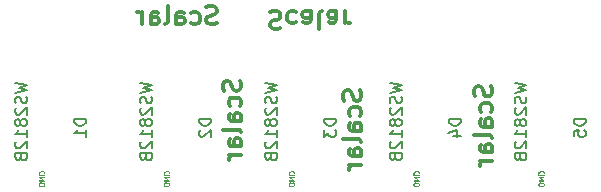
<source format=gbr>
%TF.GenerationSoftware,KiCad,Pcbnew,9.0.1*%
%TF.CreationDate,2025-07-31T19:05:46-04:00*%
%TF.ProjectId,droneled,64726f6e-656c-4656-942e-6b696361645f,rev?*%
%TF.SameCoordinates,Original*%
%TF.FileFunction,Legend,Bot*%
%TF.FilePolarity,Positive*%
%FSLAX46Y46*%
G04 Gerber Fmt 4.6, Leading zero omitted, Abs format (unit mm)*
G04 Created by KiCad (PCBNEW 9.0.1) date 2025-07-31 19:05:46*
%MOMM*%
%LPD*%
G01*
G04 APERTURE LIST*
%ADD10C,0.300000*%
%ADD11C,0.150000*%
%ADD12C,0.000000*%
G04 APERTURE END LIST*
D10*
X175309400Y-117983082D02*
X175380828Y-118197368D01*
X175380828Y-118197368D02*
X175380828Y-118554510D01*
X175380828Y-118554510D02*
X175309400Y-118697368D01*
X175309400Y-118697368D02*
X175237971Y-118768796D01*
X175237971Y-118768796D02*
X175095114Y-118840225D01*
X175095114Y-118840225D02*
X174952257Y-118840225D01*
X174952257Y-118840225D02*
X174809400Y-118768796D01*
X174809400Y-118768796D02*
X174737971Y-118697368D01*
X174737971Y-118697368D02*
X174666542Y-118554510D01*
X174666542Y-118554510D02*
X174595114Y-118268796D01*
X174595114Y-118268796D02*
X174523685Y-118125939D01*
X174523685Y-118125939D02*
X174452257Y-118054510D01*
X174452257Y-118054510D02*
X174309400Y-117983082D01*
X174309400Y-117983082D02*
X174166542Y-117983082D01*
X174166542Y-117983082D02*
X174023685Y-118054510D01*
X174023685Y-118054510D02*
X173952257Y-118125939D01*
X173952257Y-118125939D02*
X173880828Y-118268796D01*
X173880828Y-118268796D02*
X173880828Y-118625939D01*
X173880828Y-118625939D02*
X173952257Y-118840225D01*
X175309400Y-120125939D02*
X175380828Y-119983081D01*
X175380828Y-119983081D02*
X175380828Y-119697367D01*
X175380828Y-119697367D02*
X175309400Y-119554510D01*
X175309400Y-119554510D02*
X175237971Y-119483081D01*
X175237971Y-119483081D02*
X175095114Y-119411653D01*
X175095114Y-119411653D02*
X174666542Y-119411653D01*
X174666542Y-119411653D02*
X174523685Y-119483081D01*
X174523685Y-119483081D02*
X174452257Y-119554510D01*
X174452257Y-119554510D02*
X174380828Y-119697367D01*
X174380828Y-119697367D02*
X174380828Y-119983081D01*
X174380828Y-119983081D02*
X174452257Y-120125939D01*
X175380828Y-121411653D02*
X174595114Y-121411653D01*
X174595114Y-121411653D02*
X174452257Y-121340224D01*
X174452257Y-121340224D02*
X174380828Y-121197367D01*
X174380828Y-121197367D02*
X174380828Y-120911653D01*
X174380828Y-120911653D02*
X174452257Y-120768795D01*
X175309400Y-121411653D02*
X175380828Y-121268795D01*
X175380828Y-121268795D02*
X175380828Y-120911653D01*
X175380828Y-120911653D02*
X175309400Y-120768795D01*
X175309400Y-120768795D02*
X175166542Y-120697367D01*
X175166542Y-120697367D02*
X175023685Y-120697367D01*
X175023685Y-120697367D02*
X174880828Y-120768795D01*
X174880828Y-120768795D02*
X174809400Y-120911653D01*
X174809400Y-120911653D02*
X174809400Y-121268795D01*
X174809400Y-121268795D02*
X174737971Y-121411653D01*
X175380828Y-122340224D02*
X175309400Y-122197367D01*
X175309400Y-122197367D02*
X175166542Y-122125938D01*
X175166542Y-122125938D02*
X173880828Y-122125938D01*
X175380828Y-123554510D02*
X174595114Y-123554510D01*
X174595114Y-123554510D02*
X174452257Y-123483081D01*
X174452257Y-123483081D02*
X174380828Y-123340224D01*
X174380828Y-123340224D02*
X174380828Y-123054510D01*
X174380828Y-123054510D02*
X174452257Y-122911652D01*
X175309400Y-123554510D02*
X175380828Y-123411652D01*
X175380828Y-123411652D02*
X175380828Y-123054510D01*
X175380828Y-123054510D02*
X175309400Y-122911652D01*
X175309400Y-122911652D02*
X175166542Y-122840224D01*
X175166542Y-122840224D02*
X175023685Y-122840224D01*
X175023685Y-122840224D02*
X174880828Y-122911652D01*
X174880828Y-122911652D02*
X174809400Y-123054510D01*
X174809400Y-123054510D02*
X174809400Y-123411652D01*
X174809400Y-123411652D02*
X174737971Y-123554510D01*
X175380828Y-124268795D02*
X174380828Y-124268795D01*
X174666542Y-124268795D02*
X174523685Y-124340224D01*
X174523685Y-124340224D02*
X174452257Y-124411653D01*
X174452257Y-124411653D02*
X174380828Y-124554510D01*
X174380828Y-124554510D02*
X174380828Y-124697367D01*
X154019400Y-117503082D02*
X154090828Y-117717368D01*
X154090828Y-117717368D02*
X154090828Y-118074510D01*
X154090828Y-118074510D02*
X154019400Y-118217368D01*
X154019400Y-118217368D02*
X153947971Y-118288796D01*
X153947971Y-118288796D02*
X153805114Y-118360225D01*
X153805114Y-118360225D02*
X153662257Y-118360225D01*
X153662257Y-118360225D02*
X153519400Y-118288796D01*
X153519400Y-118288796D02*
X153447971Y-118217368D01*
X153447971Y-118217368D02*
X153376542Y-118074510D01*
X153376542Y-118074510D02*
X153305114Y-117788796D01*
X153305114Y-117788796D02*
X153233685Y-117645939D01*
X153233685Y-117645939D02*
X153162257Y-117574510D01*
X153162257Y-117574510D02*
X153019400Y-117503082D01*
X153019400Y-117503082D02*
X152876542Y-117503082D01*
X152876542Y-117503082D02*
X152733685Y-117574510D01*
X152733685Y-117574510D02*
X152662257Y-117645939D01*
X152662257Y-117645939D02*
X152590828Y-117788796D01*
X152590828Y-117788796D02*
X152590828Y-118145939D01*
X152590828Y-118145939D02*
X152662257Y-118360225D01*
X154019400Y-119645939D02*
X154090828Y-119503081D01*
X154090828Y-119503081D02*
X154090828Y-119217367D01*
X154090828Y-119217367D02*
X154019400Y-119074510D01*
X154019400Y-119074510D02*
X153947971Y-119003081D01*
X153947971Y-119003081D02*
X153805114Y-118931653D01*
X153805114Y-118931653D02*
X153376542Y-118931653D01*
X153376542Y-118931653D02*
X153233685Y-119003081D01*
X153233685Y-119003081D02*
X153162257Y-119074510D01*
X153162257Y-119074510D02*
X153090828Y-119217367D01*
X153090828Y-119217367D02*
X153090828Y-119503081D01*
X153090828Y-119503081D02*
X153162257Y-119645939D01*
X154090828Y-120931653D02*
X153305114Y-120931653D01*
X153305114Y-120931653D02*
X153162257Y-120860224D01*
X153162257Y-120860224D02*
X153090828Y-120717367D01*
X153090828Y-120717367D02*
X153090828Y-120431653D01*
X153090828Y-120431653D02*
X153162257Y-120288795D01*
X154019400Y-120931653D02*
X154090828Y-120788795D01*
X154090828Y-120788795D02*
X154090828Y-120431653D01*
X154090828Y-120431653D02*
X154019400Y-120288795D01*
X154019400Y-120288795D02*
X153876542Y-120217367D01*
X153876542Y-120217367D02*
X153733685Y-120217367D01*
X153733685Y-120217367D02*
X153590828Y-120288795D01*
X153590828Y-120288795D02*
X153519400Y-120431653D01*
X153519400Y-120431653D02*
X153519400Y-120788795D01*
X153519400Y-120788795D02*
X153447971Y-120931653D01*
X154090828Y-121860224D02*
X154019400Y-121717367D01*
X154019400Y-121717367D02*
X153876542Y-121645938D01*
X153876542Y-121645938D02*
X152590828Y-121645938D01*
X154090828Y-123074510D02*
X153305114Y-123074510D01*
X153305114Y-123074510D02*
X153162257Y-123003081D01*
X153162257Y-123003081D02*
X153090828Y-122860224D01*
X153090828Y-122860224D02*
X153090828Y-122574510D01*
X153090828Y-122574510D02*
X153162257Y-122431652D01*
X154019400Y-123074510D02*
X154090828Y-122931652D01*
X154090828Y-122931652D02*
X154090828Y-122574510D01*
X154090828Y-122574510D02*
X154019400Y-122431652D01*
X154019400Y-122431652D02*
X153876542Y-122360224D01*
X153876542Y-122360224D02*
X153733685Y-122360224D01*
X153733685Y-122360224D02*
X153590828Y-122431652D01*
X153590828Y-122431652D02*
X153519400Y-122574510D01*
X153519400Y-122574510D02*
X153519400Y-122931652D01*
X153519400Y-122931652D02*
X153447971Y-123074510D01*
X154090828Y-123788795D02*
X153090828Y-123788795D01*
X153376542Y-123788795D02*
X153233685Y-123860224D01*
X153233685Y-123860224D02*
X153162257Y-123931653D01*
X153162257Y-123931653D02*
X153090828Y-124074510D01*
X153090828Y-124074510D02*
X153090828Y-124217367D01*
X164229400Y-118333082D02*
X164300828Y-118547368D01*
X164300828Y-118547368D02*
X164300828Y-118904510D01*
X164300828Y-118904510D02*
X164229400Y-119047368D01*
X164229400Y-119047368D02*
X164157971Y-119118796D01*
X164157971Y-119118796D02*
X164015114Y-119190225D01*
X164015114Y-119190225D02*
X163872257Y-119190225D01*
X163872257Y-119190225D02*
X163729400Y-119118796D01*
X163729400Y-119118796D02*
X163657971Y-119047368D01*
X163657971Y-119047368D02*
X163586542Y-118904510D01*
X163586542Y-118904510D02*
X163515114Y-118618796D01*
X163515114Y-118618796D02*
X163443685Y-118475939D01*
X163443685Y-118475939D02*
X163372257Y-118404510D01*
X163372257Y-118404510D02*
X163229400Y-118333082D01*
X163229400Y-118333082D02*
X163086542Y-118333082D01*
X163086542Y-118333082D02*
X162943685Y-118404510D01*
X162943685Y-118404510D02*
X162872257Y-118475939D01*
X162872257Y-118475939D02*
X162800828Y-118618796D01*
X162800828Y-118618796D02*
X162800828Y-118975939D01*
X162800828Y-118975939D02*
X162872257Y-119190225D01*
X164229400Y-120475939D02*
X164300828Y-120333081D01*
X164300828Y-120333081D02*
X164300828Y-120047367D01*
X164300828Y-120047367D02*
X164229400Y-119904510D01*
X164229400Y-119904510D02*
X164157971Y-119833081D01*
X164157971Y-119833081D02*
X164015114Y-119761653D01*
X164015114Y-119761653D02*
X163586542Y-119761653D01*
X163586542Y-119761653D02*
X163443685Y-119833081D01*
X163443685Y-119833081D02*
X163372257Y-119904510D01*
X163372257Y-119904510D02*
X163300828Y-120047367D01*
X163300828Y-120047367D02*
X163300828Y-120333081D01*
X163300828Y-120333081D02*
X163372257Y-120475939D01*
X164300828Y-121761653D02*
X163515114Y-121761653D01*
X163515114Y-121761653D02*
X163372257Y-121690224D01*
X163372257Y-121690224D02*
X163300828Y-121547367D01*
X163300828Y-121547367D02*
X163300828Y-121261653D01*
X163300828Y-121261653D02*
X163372257Y-121118795D01*
X164229400Y-121761653D02*
X164300828Y-121618795D01*
X164300828Y-121618795D02*
X164300828Y-121261653D01*
X164300828Y-121261653D02*
X164229400Y-121118795D01*
X164229400Y-121118795D02*
X164086542Y-121047367D01*
X164086542Y-121047367D02*
X163943685Y-121047367D01*
X163943685Y-121047367D02*
X163800828Y-121118795D01*
X163800828Y-121118795D02*
X163729400Y-121261653D01*
X163729400Y-121261653D02*
X163729400Y-121618795D01*
X163729400Y-121618795D02*
X163657971Y-121761653D01*
X164300828Y-122690224D02*
X164229400Y-122547367D01*
X164229400Y-122547367D02*
X164086542Y-122475938D01*
X164086542Y-122475938D02*
X162800828Y-122475938D01*
X164300828Y-123904510D02*
X163515114Y-123904510D01*
X163515114Y-123904510D02*
X163372257Y-123833081D01*
X163372257Y-123833081D02*
X163300828Y-123690224D01*
X163300828Y-123690224D02*
X163300828Y-123404510D01*
X163300828Y-123404510D02*
X163372257Y-123261652D01*
X164229400Y-123904510D02*
X164300828Y-123761652D01*
X164300828Y-123761652D02*
X164300828Y-123404510D01*
X164300828Y-123404510D02*
X164229400Y-123261652D01*
X164229400Y-123261652D02*
X164086542Y-123190224D01*
X164086542Y-123190224D02*
X163943685Y-123190224D01*
X163943685Y-123190224D02*
X163800828Y-123261652D01*
X163800828Y-123261652D02*
X163729400Y-123404510D01*
X163729400Y-123404510D02*
X163729400Y-123761652D01*
X163729400Y-123761652D02*
X163657971Y-123904510D01*
X164300828Y-124618795D02*
X163300828Y-124618795D01*
X163586542Y-124618795D02*
X163443685Y-124690224D01*
X163443685Y-124690224D02*
X163372257Y-124761653D01*
X163372257Y-124761653D02*
X163300828Y-124904510D01*
X163300828Y-124904510D02*
X163300828Y-125047367D01*
X152056917Y-112649400D02*
X151842632Y-112720828D01*
X151842632Y-112720828D02*
X151485489Y-112720828D01*
X151485489Y-112720828D02*
X151342632Y-112649400D01*
X151342632Y-112649400D02*
X151271203Y-112577971D01*
X151271203Y-112577971D02*
X151199774Y-112435114D01*
X151199774Y-112435114D02*
X151199774Y-112292257D01*
X151199774Y-112292257D02*
X151271203Y-112149400D01*
X151271203Y-112149400D02*
X151342632Y-112077971D01*
X151342632Y-112077971D02*
X151485489Y-112006542D01*
X151485489Y-112006542D02*
X151771203Y-111935114D01*
X151771203Y-111935114D02*
X151914060Y-111863685D01*
X151914060Y-111863685D02*
X151985489Y-111792257D01*
X151985489Y-111792257D02*
X152056917Y-111649400D01*
X152056917Y-111649400D02*
X152056917Y-111506542D01*
X152056917Y-111506542D02*
X151985489Y-111363685D01*
X151985489Y-111363685D02*
X151914060Y-111292257D01*
X151914060Y-111292257D02*
X151771203Y-111220828D01*
X151771203Y-111220828D02*
X151414060Y-111220828D01*
X151414060Y-111220828D02*
X151199774Y-111292257D01*
X149914061Y-112649400D02*
X150056918Y-112720828D01*
X150056918Y-112720828D02*
X150342632Y-112720828D01*
X150342632Y-112720828D02*
X150485489Y-112649400D01*
X150485489Y-112649400D02*
X150556918Y-112577971D01*
X150556918Y-112577971D02*
X150628346Y-112435114D01*
X150628346Y-112435114D02*
X150628346Y-112006542D01*
X150628346Y-112006542D02*
X150556918Y-111863685D01*
X150556918Y-111863685D02*
X150485489Y-111792257D01*
X150485489Y-111792257D02*
X150342632Y-111720828D01*
X150342632Y-111720828D02*
X150056918Y-111720828D01*
X150056918Y-111720828D02*
X149914061Y-111792257D01*
X148628347Y-112720828D02*
X148628347Y-111935114D01*
X148628347Y-111935114D02*
X148699775Y-111792257D01*
X148699775Y-111792257D02*
X148842632Y-111720828D01*
X148842632Y-111720828D02*
X149128347Y-111720828D01*
X149128347Y-111720828D02*
X149271204Y-111792257D01*
X148628347Y-112649400D02*
X148771204Y-112720828D01*
X148771204Y-112720828D02*
X149128347Y-112720828D01*
X149128347Y-112720828D02*
X149271204Y-112649400D01*
X149271204Y-112649400D02*
X149342632Y-112506542D01*
X149342632Y-112506542D02*
X149342632Y-112363685D01*
X149342632Y-112363685D02*
X149271204Y-112220828D01*
X149271204Y-112220828D02*
X149128347Y-112149400D01*
X149128347Y-112149400D02*
X148771204Y-112149400D01*
X148771204Y-112149400D02*
X148628347Y-112077971D01*
X147699775Y-112720828D02*
X147842632Y-112649400D01*
X147842632Y-112649400D02*
X147914061Y-112506542D01*
X147914061Y-112506542D02*
X147914061Y-111220828D01*
X146485490Y-112720828D02*
X146485490Y-111935114D01*
X146485490Y-111935114D02*
X146556918Y-111792257D01*
X146556918Y-111792257D02*
X146699775Y-111720828D01*
X146699775Y-111720828D02*
X146985490Y-111720828D01*
X146985490Y-111720828D02*
X147128347Y-111792257D01*
X146485490Y-112649400D02*
X146628347Y-112720828D01*
X146628347Y-112720828D02*
X146985490Y-112720828D01*
X146985490Y-112720828D02*
X147128347Y-112649400D01*
X147128347Y-112649400D02*
X147199775Y-112506542D01*
X147199775Y-112506542D02*
X147199775Y-112363685D01*
X147199775Y-112363685D02*
X147128347Y-112220828D01*
X147128347Y-112220828D02*
X146985490Y-112149400D01*
X146985490Y-112149400D02*
X146628347Y-112149400D01*
X146628347Y-112149400D02*
X146485490Y-112077971D01*
X145771204Y-112720828D02*
X145771204Y-111720828D01*
X145771204Y-112006542D02*
X145699775Y-111863685D01*
X145699775Y-111863685D02*
X145628347Y-111792257D01*
X145628347Y-111792257D02*
X145485489Y-111720828D01*
X145485489Y-111720828D02*
X145342632Y-111720828D01*
X156603082Y-111690600D02*
X156817368Y-111619171D01*
X156817368Y-111619171D02*
X157174510Y-111619171D01*
X157174510Y-111619171D02*
X157317368Y-111690600D01*
X157317368Y-111690600D02*
X157388796Y-111762028D01*
X157388796Y-111762028D02*
X157460225Y-111904885D01*
X157460225Y-111904885D02*
X157460225Y-112047742D01*
X157460225Y-112047742D02*
X157388796Y-112190600D01*
X157388796Y-112190600D02*
X157317368Y-112262028D01*
X157317368Y-112262028D02*
X157174510Y-112333457D01*
X157174510Y-112333457D02*
X156888796Y-112404885D01*
X156888796Y-112404885D02*
X156745939Y-112476314D01*
X156745939Y-112476314D02*
X156674510Y-112547742D01*
X156674510Y-112547742D02*
X156603082Y-112690600D01*
X156603082Y-112690600D02*
X156603082Y-112833457D01*
X156603082Y-112833457D02*
X156674510Y-112976314D01*
X156674510Y-112976314D02*
X156745939Y-113047742D01*
X156745939Y-113047742D02*
X156888796Y-113119171D01*
X156888796Y-113119171D02*
X157245939Y-113119171D01*
X157245939Y-113119171D02*
X157460225Y-113047742D01*
X158745939Y-111690600D02*
X158603081Y-111619171D01*
X158603081Y-111619171D02*
X158317367Y-111619171D01*
X158317367Y-111619171D02*
X158174510Y-111690600D01*
X158174510Y-111690600D02*
X158103081Y-111762028D01*
X158103081Y-111762028D02*
X158031653Y-111904885D01*
X158031653Y-111904885D02*
X158031653Y-112333457D01*
X158031653Y-112333457D02*
X158103081Y-112476314D01*
X158103081Y-112476314D02*
X158174510Y-112547742D01*
X158174510Y-112547742D02*
X158317367Y-112619171D01*
X158317367Y-112619171D02*
X158603081Y-112619171D01*
X158603081Y-112619171D02*
X158745939Y-112547742D01*
X160031653Y-111619171D02*
X160031653Y-112404885D01*
X160031653Y-112404885D02*
X159960224Y-112547742D01*
X159960224Y-112547742D02*
X159817367Y-112619171D01*
X159817367Y-112619171D02*
X159531653Y-112619171D01*
X159531653Y-112619171D02*
X159388795Y-112547742D01*
X160031653Y-111690600D02*
X159888795Y-111619171D01*
X159888795Y-111619171D02*
X159531653Y-111619171D01*
X159531653Y-111619171D02*
X159388795Y-111690600D01*
X159388795Y-111690600D02*
X159317367Y-111833457D01*
X159317367Y-111833457D02*
X159317367Y-111976314D01*
X159317367Y-111976314D02*
X159388795Y-112119171D01*
X159388795Y-112119171D02*
X159531653Y-112190600D01*
X159531653Y-112190600D02*
X159888795Y-112190600D01*
X159888795Y-112190600D02*
X160031653Y-112262028D01*
X160960224Y-111619171D02*
X160817367Y-111690600D01*
X160817367Y-111690600D02*
X160745938Y-111833457D01*
X160745938Y-111833457D02*
X160745938Y-113119171D01*
X162174510Y-111619171D02*
X162174510Y-112404885D01*
X162174510Y-112404885D02*
X162103081Y-112547742D01*
X162103081Y-112547742D02*
X161960224Y-112619171D01*
X161960224Y-112619171D02*
X161674510Y-112619171D01*
X161674510Y-112619171D02*
X161531652Y-112547742D01*
X162174510Y-111690600D02*
X162031652Y-111619171D01*
X162031652Y-111619171D02*
X161674510Y-111619171D01*
X161674510Y-111619171D02*
X161531652Y-111690600D01*
X161531652Y-111690600D02*
X161460224Y-111833457D01*
X161460224Y-111833457D02*
X161460224Y-111976314D01*
X161460224Y-111976314D02*
X161531652Y-112119171D01*
X161531652Y-112119171D02*
X161674510Y-112190600D01*
X161674510Y-112190600D02*
X162031652Y-112190600D01*
X162031652Y-112190600D02*
X162174510Y-112262028D01*
X162888795Y-111619171D02*
X162888795Y-112619171D01*
X162888795Y-112333457D02*
X162960224Y-112476314D01*
X162960224Y-112476314D02*
X163031653Y-112547742D01*
X163031653Y-112547742D02*
X163174510Y-112619171D01*
X163174510Y-112619171D02*
X163317367Y-112619171D01*
D11*
X151577507Y-120731905D02*
X150577507Y-120731905D01*
X150577507Y-120731905D02*
X150577507Y-120970000D01*
X150577507Y-120970000D02*
X150625126Y-121112857D01*
X150625126Y-121112857D02*
X150720364Y-121208095D01*
X150720364Y-121208095D02*
X150815602Y-121255714D01*
X150815602Y-121255714D02*
X151006078Y-121303333D01*
X151006078Y-121303333D02*
X151148935Y-121303333D01*
X151148935Y-121303333D02*
X151339411Y-121255714D01*
X151339411Y-121255714D02*
X151434649Y-121208095D01*
X151434649Y-121208095D02*
X151529888Y-121112857D01*
X151529888Y-121112857D02*
X151577507Y-120970000D01*
X151577507Y-120970000D02*
X151577507Y-120731905D01*
X150672745Y-121684286D02*
X150625126Y-121731905D01*
X150625126Y-121731905D02*
X150577507Y-121827143D01*
X150577507Y-121827143D02*
X150577507Y-122065238D01*
X150577507Y-122065238D02*
X150625126Y-122160476D01*
X150625126Y-122160476D02*
X150672745Y-122208095D01*
X150672745Y-122208095D02*
X150767983Y-122255714D01*
X150767983Y-122255714D02*
X150863221Y-122255714D01*
X150863221Y-122255714D02*
X151006078Y-122208095D01*
X151006078Y-122208095D02*
X151577507Y-121636667D01*
X151577507Y-121636667D02*
X151577507Y-122255714D01*
X145577507Y-117660476D02*
X146577507Y-117898571D01*
X146577507Y-117898571D02*
X145863221Y-118089047D01*
X145863221Y-118089047D02*
X146577507Y-118279523D01*
X146577507Y-118279523D02*
X145577507Y-118517619D01*
X146529888Y-118850952D02*
X146577507Y-118993809D01*
X146577507Y-118993809D02*
X146577507Y-119231904D01*
X146577507Y-119231904D02*
X146529888Y-119327142D01*
X146529888Y-119327142D02*
X146482268Y-119374761D01*
X146482268Y-119374761D02*
X146387030Y-119422380D01*
X146387030Y-119422380D02*
X146291792Y-119422380D01*
X146291792Y-119422380D02*
X146196554Y-119374761D01*
X146196554Y-119374761D02*
X146148935Y-119327142D01*
X146148935Y-119327142D02*
X146101316Y-119231904D01*
X146101316Y-119231904D02*
X146053697Y-119041428D01*
X146053697Y-119041428D02*
X146006078Y-118946190D01*
X146006078Y-118946190D02*
X145958459Y-118898571D01*
X145958459Y-118898571D02*
X145863221Y-118850952D01*
X145863221Y-118850952D02*
X145767983Y-118850952D01*
X145767983Y-118850952D02*
X145672745Y-118898571D01*
X145672745Y-118898571D02*
X145625126Y-118946190D01*
X145625126Y-118946190D02*
X145577507Y-119041428D01*
X145577507Y-119041428D02*
X145577507Y-119279523D01*
X145577507Y-119279523D02*
X145625126Y-119422380D01*
X145672745Y-119803333D02*
X145625126Y-119850952D01*
X145625126Y-119850952D02*
X145577507Y-119946190D01*
X145577507Y-119946190D02*
X145577507Y-120184285D01*
X145577507Y-120184285D02*
X145625126Y-120279523D01*
X145625126Y-120279523D02*
X145672745Y-120327142D01*
X145672745Y-120327142D02*
X145767983Y-120374761D01*
X145767983Y-120374761D02*
X145863221Y-120374761D01*
X145863221Y-120374761D02*
X146006078Y-120327142D01*
X146006078Y-120327142D02*
X146577507Y-119755714D01*
X146577507Y-119755714D02*
X146577507Y-120374761D01*
X146006078Y-120946190D02*
X145958459Y-120850952D01*
X145958459Y-120850952D02*
X145910840Y-120803333D01*
X145910840Y-120803333D02*
X145815602Y-120755714D01*
X145815602Y-120755714D02*
X145767983Y-120755714D01*
X145767983Y-120755714D02*
X145672745Y-120803333D01*
X145672745Y-120803333D02*
X145625126Y-120850952D01*
X145625126Y-120850952D02*
X145577507Y-120946190D01*
X145577507Y-120946190D02*
X145577507Y-121136666D01*
X145577507Y-121136666D02*
X145625126Y-121231904D01*
X145625126Y-121231904D02*
X145672745Y-121279523D01*
X145672745Y-121279523D02*
X145767983Y-121327142D01*
X145767983Y-121327142D02*
X145815602Y-121327142D01*
X145815602Y-121327142D02*
X145910840Y-121279523D01*
X145910840Y-121279523D02*
X145958459Y-121231904D01*
X145958459Y-121231904D02*
X146006078Y-121136666D01*
X146006078Y-121136666D02*
X146006078Y-120946190D01*
X146006078Y-120946190D02*
X146053697Y-120850952D01*
X146053697Y-120850952D02*
X146101316Y-120803333D01*
X146101316Y-120803333D02*
X146196554Y-120755714D01*
X146196554Y-120755714D02*
X146387030Y-120755714D01*
X146387030Y-120755714D02*
X146482268Y-120803333D01*
X146482268Y-120803333D02*
X146529888Y-120850952D01*
X146529888Y-120850952D02*
X146577507Y-120946190D01*
X146577507Y-120946190D02*
X146577507Y-121136666D01*
X146577507Y-121136666D02*
X146529888Y-121231904D01*
X146529888Y-121231904D02*
X146482268Y-121279523D01*
X146482268Y-121279523D02*
X146387030Y-121327142D01*
X146387030Y-121327142D02*
X146196554Y-121327142D01*
X146196554Y-121327142D02*
X146101316Y-121279523D01*
X146101316Y-121279523D02*
X146053697Y-121231904D01*
X146053697Y-121231904D02*
X146006078Y-121136666D01*
X146577507Y-122279523D02*
X146577507Y-121708095D01*
X146577507Y-121993809D02*
X145577507Y-121993809D01*
X145577507Y-121993809D02*
X145720364Y-121898571D01*
X145720364Y-121898571D02*
X145815602Y-121803333D01*
X145815602Y-121803333D02*
X145863221Y-121708095D01*
X145672745Y-122660476D02*
X145625126Y-122708095D01*
X145625126Y-122708095D02*
X145577507Y-122803333D01*
X145577507Y-122803333D02*
X145577507Y-123041428D01*
X145577507Y-123041428D02*
X145625126Y-123136666D01*
X145625126Y-123136666D02*
X145672745Y-123184285D01*
X145672745Y-123184285D02*
X145767983Y-123231904D01*
X145767983Y-123231904D02*
X145863221Y-123231904D01*
X145863221Y-123231904D02*
X146006078Y-123184285D01*
X146006078Y-123184285D02*
X146577507Y-122612857D01*
X146577507Y-122612857D02*
X146577507Y-123231904D01*
X146053697Y-123993809D02*
X146101316Y-124136666D01*
X146101316Y-124136666D02*
X146148935Y-124184285D01*
X146148935Y-124184285D02*
X146244173Y-124231904D01*
X146244173Y-124231904D02*
X146387030Y-124231904D01*
X146387030Y-124231904D02*
X146482268Y-124184285D01*
X146482268Y-124184285D02*
X146529888Y-124136666D01*
X146529888Y-124136666D02*
X146577507Y-124041428D01*
X146577507Y-124041428D02*
X146577507Y-123660476D01*
X146577507Y-123660476D02*
X145577507Y-123660476D01*
X145577507Y-123660476D02*
X145577507Y-123993809D01*
X145577507Y-123993809D02*
X145625126Y-124089047D01*
X145625126Y-124089047D02*
X145672745Y-124136666D01*
X145672745Y-124136666D02*
X145767983Y-124184285D01*
X145767983Y-124184285D02*
X145863221Y-124184285D01*
X145863221Y-124184285D02*
X145958459Y-124136666D01*
X145958459Y-124136666D02*
X146006078Y-124089047D01*
X146006078Y-124089047D02*
X146053697Y-123993809D01*
X146053697Y-123993809D02*
X146053697Y-123660476D01*
X141005069Y-120731905D02*
X140005069Y-120731905D01*
X140005069Y-120731905D02*
X140005069Y-120970000D01*
X140005069Y-120970000D02*
X140052688Y-121112857D01*
X140052688Y-121112857D02*
X140147926Y-121208095D01*
X140147926Y-121208095D02*
X140243164Y-121255714D01*
X140243164Y-121255714D02*
X140433640Y-121303333D01*
X140433640Y-121303333D02*
X140576497Y-121303333D01*
X140576497Y-121303333D02*
X140766973Y-121255714D01*
X140766973Y-121255714D02*
X140862211Y-121208095D01*
X140862211Y-121208095D02*
X140957450Y-121112857D01*
X140957450Y-121112857D02*
X141005069Y-120970000D01*
X141005069Y-120970000D02*
X141005069Y-120731905D01*
X141005069Y-122255714D02*
X141005069Y-121684286D01*
X141005069Y-121970000D02*
X140005069Y-121970000D01*
X140005069Y-121970000D02*
X140147926Y-121874762D01*
X140147926Y-121874762D02*
X140243164Y-121779524D01*
X140243164Y-121779524D02*
X140290783Y-121684286D01*
X135005069Y-117660476D02*
X136005069Y-117898571D01*
X136005069Y-117898571D02*
X135290783Y-118089047D01*
X135290783Y-118089047D02*
X136005069Y-118279523D01*
X136005069Y-118279523D02*
X135005069Y-118517619D01*
X135957450Y-118850952D02*
X136005069Y-118993809D01*
X136005069Y-118993809D02*
X136005069Y-119231904D01*
X136005069Y-119231904D02*
X135957450Y-119327142D01*
X135957450Y-119327142D02*
X135909830Y-119374761D01*
X135909830Y-119374761D02*
X135814592Y-119422380D01*
X135814592Y-119422380D02*
X135719354Y-119422380D01*
X135719354Y-119422380D02*
X135624116Y-119374761D01*
X135624116Y-119374761D02*
X135576497Y-119327142D01*
X135576497Y-119327142D02*
X135528878Y-119231904D01*
X135528878Y-119231904D02*
X135481259Y-119041428D01*
X135481259Y-119041428D02*
X135433640Y-118946190D01*
X135433640Y-118946190D02*
X135386021Y-118898571D01*
X135386021Y-118898571D02*
X135290783Y-118850952D01*
X135290783Y-118850952D02*
X135195545Y-118850952D01*
X135195545Y-118850952D02*
X135100307Y-118898571D01*
X135100307Y-118898571D02*
X135052688Y-118946190D01*
X135052688Y-118946190D02*
X135005069Y-119041428D01*
X135005069Y-119041428D02*
X135005069Y-119279523D01*
X135005069Y-119279523D02*
X135052688Y-119422380D01*
X135100307Y-119803333D02*
X135052688Y-119850952D01*
X135052688Y-119850952D02*
X135005069Y-119946190D01*
X135005069Y-119946190D02*
X135005069Y-120184285D01*
X135005069Y-120184285D02*
X135052688Y-120279523D01*
X135052688Y-120279523D02*
X135100307Y-120327142D01*
X135100307Y-120327142D02*
X135195545Y-120374761D01*
X135195545Y-120374761D02*
X135290783Y-120374761D01*
X135290783Y-120374761D02*
X135433640Y-120327142D01*
X135433640Y-120327142D02*
X136005069Y-119755714D01*
X136005069Y-119755714D02*
X136005069Y-120374761D01*
X135433640Y-120946190D02*
X135386021Y-120850952D01*
X135386021Y-120850952D02*
X135338402Y-120803333D01*
X135338402Y-120803333D02*
X135243164Y-120755714D01*
X135243164Y-120755714D02*
X135195545Y-120755714D01*
X135195545Y-120755714D02*
X135100307Y-120803333D01*
X135100307Y-120803333D02*
X135052688Y-120850952D01*
X135052688Y-120850952D02*
X135005069Y-120946190D01*
X135005069Y-120946190D02*
X135005069Y-121136666D01*
X135005069Y-121136666D02*
X135052688Y-121231904D01*
X135052688Y-121231904D02*
X135100307Y-121279523D01*
X135100307Y-121279523D02*
X135195545Y-121327142D01*
X135195545Y-121327142D02*
X135243164Y-121327142D01*
X135243164Y-121327142D02*
X135338402Y-121279523D01*
X135338402Y-121279523D02*
X135386021Y-121231904D01*
X135386021Y-121231904D02*
X135433640Y-121136666D01*
X135433640Y-121136666D02*
X135433640Y-120946190D01*
X135433640Y-120946190D02*
X135481259Y-120850952D01*
X135481259Y-120850952D02*
X135528878Y-120803333D01*
X135528878Y-120803333D02*
X135624116Y-120755714D01*
X135624116Y-120755714D02*
X135814592Y-120755714D01*
X135814592Y-120755714D02*
X135909830Y-120803333D01*
X135909830Y-120803333D02*
X135957450Y-120850952D01*
X135957450Y-120850952D02*
X136005069Y-120946190D01*
X136005069Y-120946190D02*
X136005069Y-121136666D01*
X136005069Y-121136666D02*
X135957450Y-121231904D01*
X135957450Y-121231904D02*
X135909830Y-121279523D01*
X135909830Y-121279523D02*
X135814592Y-121327142D01*
X135814592Y-121327142D02*
X135624116Y-121327142D01*
X135624116Y-121327142D02*
X135528878Y-121279523D01*
X135528878Y-121279523D02*
X135481259Y-121231904D01*
X135481259Y-121231904D02*
X135433640Y-121136666D01*
X136005069Y-122279523D02*
X136005069Y-121708095D01*
X136005069Y-121993809D02*
X135005069Y-121993809D01*
X135005069Y-121993809D02*
X135147926Y-121898571D01*
X135147926Y-121898571D02*
X135243164Y-121803333D01*
X135243164Y-121803333D02*
X135290783Y-121708095D01*
X135100307Y-122660476D02*
X135052688Y-122708095D01*
X135052688Y-122708095D02*
X135005069Y-122803333D01*
X135005069Y-122803333D02*
X135005069Y-123041428D01*
X135005069Y-123041428D02*
X135052688Y-123136666D01*
X135052688Y-123136666D02*
X135100307Y-123184285D01*
X135100307Y-123184285D02*
X135195545Y-123231904D01*
X135195545Y-123231904D02*
X135290783Y-123231904D01*
X135290783Y-123231904D02*
X135433640Y-123184285D01*
X135433640Y-123184285D02*
X136005069Y-122612857D01*
X136005069Y-122612857D02*
X136005069Y-123231904D01*
X135481259Y-123993809D02*
X135528878Y-124136666D01*
X135528878Y-124136666D02*
X135576497Y-124184285D01*
X135576497Y-124184285D02*
X135671735Y-124231904D01*
X135671735Y-124231904D02*
X135814592Y-124231904D01*
X135814592Y-124231904D02*
X135909830Y-124184285D01*
X135909830Y-124184285D02*
X135957450Y-124136666D01*
X135957450Y-124136666D02*
X136005069Y-124041428D01*
X136005069Y-124041428D02*
X136005069Y-123660476D01*
X136005069Y-123660476D02*
X135005069Y-123660476D01*
X135005069Y-123660476D02*
X135005069Y-123993809D01*
X135005069Y-123993809D02*
X135052688Y-124089047D01*
X135052688Y-124089047D02*
X135100307Y-124136666D01*
X135100307Y-124136666D02*
X135195545Y-124184285D01*
X135195545Y-124184285D02*
X135290783Y-124184285D01*
X135290783Y-124184285D02*
X135386021Y-124136666D01*
X135386021Y-124136666D02*
X135433640Y-124089047D01*
X135433640Y-124089047D02*
X135481259Y-123993809D01*
X135481259Y-123993809D02*
X135481259Y-123660476D01*
X172722382Y-120731905D02*
X171722382Y-120731905D01*
X171722382Y-120731905D02*
X171722382Y-120970000D01*
X171722382Y-120970000D02*
X171770001Y-121112857D01*
X171770001Y-121112857D02*
X171865239Y-121208095D01*
X171865239Y-121208095D02*
X171960477Y-121255714D01*
X171960477Y-121255714D02*
X172150953Y-121303333D01*
X172150953Y-121303333D02*
X172293810Y-121303333D01*
X172293810Y-121303333D02*
X172484286Y-121255714D01*
X172484286Y-121255714D02*
X172579524Y-121208095D01*
X172579524Y-121208095D02*
X172674763Y-121112857D01*
X172674763Y-121112857D02*
X172722382Y-120970000D01*
X172722382Y-120970000D02*
X172722382Y-120731905D01*
X172055715Y-122160476D02*
X172722382Y-122160476D01*
X171674763Y-121922381D02*
X172389048Y-121684286D01*
X172389048Y-121684286D02*
X172389048Y-122303333D01*
X166722382Y-117660476D02*
X167722382Y-117898571D01*
X167722382Y-117898571D02*
X167008096Y-118089047D01*
X167008096Y-118089047D02*
X167722382Y-118279523D01*
X167722382Y-118279523D02*
X166722382Y-118517619D01*
X167674763Y-118850952D02*
X167722382Y-118993809D01*
X167722382Y-118993809D02*
X167722382Y-119231904D01*
X167722382Y-119231904D02*
X167674763Y-119327142D01*
X167674763Y-119327142D02*
X167627143Y-119374761D01*
X167627143Y-119374761D02*
X167531905Y-119422380D01*
X167531905Y-119422380D02*
X167436667Y-119422380D01*
X167436667Y-119422380D02*
X167341429Y-119374761D01*
X167341429Y-119374761D02*
X167293810Y-119327142D01*
X167293810Y-119327142D02*
X167246191Y-119231904D01*
X167246191Y-119231904D02*
X167198572Y-119041428D01*
X167198572Y-119041428D02*
X167150953Y-118946190D01*
X167150953Y-118946190D02*
X167103334Y-118898571D01*
X167103334Y-118898571D02*
X167008096Y-118850952D01*
X167008096Y-118850952D02*
X166912858Y-118850952D01*
X166912858Y-118850952D02*
X166817620Y-118898571D01*
X166817620Y-118898571D02*
X166770001Y-118946190D01*
X166770001Y-118946190D02*
X166722382Y-119041428D01*
X166722382Y-119041428D02*
X166722382Y-119279523D01*
X166722382Y-119279523D02*
X166770001Y-119422380D01*
X166817620Y-119803333D02*
X166770001Y-119850952D01*
X166770001Y-119850952D02*
X166722382Y-119946190D01*
X166722382Y-119946190D02*
X166722382Y-120184285D01*
X166722382Y-120184285D02*
X166770001Y-120279523D01*
X166770001Y-120279523D02*
X166817620Y-120327142D01*
X166817620Y-120327142D02*
X166912858Y-120374761D01*
X166912858Y-120374761D02*
X167008096Y-120374761D01*
X167008096Y-120374761D02*
X167150953Y-120327142D01*
X167150953Y-120327142D02*
X167722382Y-119755714D01*
X167722382Y-119755714D02*
X167722382Y-120374761D01*
X167150953Y-120946190D02*
X167103334Y-120850952D01*
X167103334Y-120850952D02*
X167055715Y-120803333D01*
X167055715Y-120803333D02*
X166960477Y-120755714D01*
X166960477Y-120755714D02*
X166912858Y-120755714D01*
X166912858Y-120755714D02*
X166817620Y-120803333D01*
X166817620Y-120803333D02*
X166770001Y-120850952D01*
X166770001Y-120850952D02*
X166722382Y-120946190D01*
X166722382Y-120946190D02*
X166722382Y-121136666D01*
X166722382Y-121136666D02*
X166770001Y-121231904D01*
X166770001Y-121231904D02*
X166817620Y-121279523D01*
X166817620Y-121279523D02*
X166912858Y-121327142D01*
X166912858Y-121327142D02*
X166960477Y-121327142D01*
X166960477Y-121327142D02*
X167055715Y-121279523D01*
X167055715Y-121279523D02*
X167103334Y-121231904D01*
X167103334Y-121231904D02*
X167150953Y-121136666D01*
X167150953Y-121136666D02*
X167150953Y-120946190D01*
X167150953Y-120946190D02*
X167198572Y-120850952D01*
X167198572Y-120850952D02*
X167246191Y-120803333D01*
X167246191Y-120803333D02*
X167341429Y-120755714D01*
X167341429Y-120755714D02*
X167531905Y-120755714D01*
X167531905Y-120755714D02*
X167627143Y-120803333D01*
X167627143Y-120803333D02*
X167674763Y-120850952D01*
X167674763Y-120850952D02*
X167722382Y-120946190D01*
X167722382Y-120946190D02*
X167722382Y-121136666D01*
X167722382Y-121136666D02*
X167674763Y-121231904D01*
X167674763Y-121231904D02*
X167627143Y-121279523D01*
X167627143Y-121279523D02*
X167531905Y-121327142D01*
X167531905Y-121327142D02*
X167341429Y-121327142D01*
X167341429Y-121327142D02*
X167246191Y-121279523D01*
X167246191Y-121279523D02*
X167198572Y-121231904D01*
X167198572Y-121231904D02*
X167150953Y-121136666D01*
X167722382Y-122279523D02*
X167722382Y-121708095D01*
X167722382Y-121993809D02*
X166722382Y-121993809D01*
X166722382Y-121993809D02*
X166865239Y-121898571D01*
X166865239Y-121898571D02*
X166960477Y-121803333D01*
X166960477Y-121803333D02*
X167008096Y-121708095D01*
X166817620Y-122660476D02*
X166770001Y-122708095D01*
X166770001Y-122708095D02*
X166722382Y-122803333D01*
X166722382Y-122803333D02*
X166722382Y-123041428D01*
X166722382Y-123041428D02*
X166770001Y-123136666D01*
X166770001Y-123136666D02*
X166817620Y-123184285D01*
X166817620Y-123184285D02*
X166912858Y-123231904D01*
X166912858Y-123231904D02*
X167008096Y-123231904D01*
X167008096Y-123231904D02*
X167150953Y-123184285D01*
X167150953Y-123184285D02*
X167722382Y-122612857D01*
X167722382Y-122612857D02*
X167722382Y-123231904D01*
X167198572Y-123993809D02*
X167246191Y-124136666D01*
X167246191Y-124136666D02*
X167293810Y-124184285D01*
X167293810Y-124184285D02*
X167389048Y-124231904D01*
X167389048Y-124231904D02*
X167531905Y-124231904D01*
X167531905Y-124231904D02*
X167627143Y-124184285D01*
X167627143Y-124184285D02*
X167674763Y-124136666D01*
X167674763Y-124136666D02*
X167722382Y-124041428D01*
X167722382Y-124041428D02*
X167722382Y-123660476D01*
X167722382Y-123660476D02*
X166722382Y-123660476D01*
X166722382Y-123660476D02*
X166722382Y-123993809D01*
X166722382Y-123993809D02*
X166770001Y-124089047D01*
X166770001Y-124089047D02*
X166817620Y-124136666D01*
X166817620Y-124136666D02*
X166912858Y-124184285D01*
X166912858Y-124184285D02*
X167008096Y-124184285D01*
X167008096Y-124184285D02*
X167103334Y-124136666D01*
X167103334Y-124136666D02*
X167150953Y-124089047D01*
X167150953Y-124089047D02*
X167198572Y-123993809D01*
X167198572Y-123993809D02*
X167198572Y-123660476D01*
X183294819Y-120731905D02*
X182294819Y-120731905D01*
X182294819Y-120731905D02*
X182294819Y-120970000D01*
X182294819Y-120970000D02*
X182342438Y-121112857D01*
X182342438Y-121112857D02*
X182437676Y-121208095D01*
X182437676Y-121208095D02*
X182532914Y-121255714D01*
X182532914Y-121255714D02*
X182723390Y-121303333D01*
X182723390Y-121303333D02*
X182866247Y-121303333D01*
X182866247Y-121303333D02*
X183056723Y-121255714D01*
X183056723Y-121255714D02*
X183151961Y-121208095D01*
X183151961Y-121208095D02*
X183247200Y-121112857D01*
X183247200Y-121112857D02*
X183294819Y-120970000D01*
X183294819Y-120970000D02*
X183294819Y-120731905D01*
X182294819Y-122208095D02*
X182294819Y-121731905D01*
X182294819Y-121731905D02*
X182771009Y-121684286D01*
X182771009Y-121684286D02*
X182723390Y-121731905D01*
X182723390Y-121731905D02*
X182675771Y-121827143D01*
X182675771Y-121827143D02*
X182675771Y-122065238D01*
X182675771Y-122065238D02*
X182723390Y-122160476D01*
X182723390Y-122160476D02*
X182771009Y-122208095D01*
X182771009Y-122208095D02*
X182866247Y-122255714D01*
X182866247Y-122255714D02*
X183104342Y-122255714D01*
X183104342Y-122255714D02*
X183199580Y-122208095D01*
X183199580Y-122208095D02*
X183247200Y-122160476D01*
X183247200Y-122160476D02*
X183294819Y-122065238D01*
X183294819Y-122065238D02*
X183294819Y-121827143D01*
X183294819Y-121827143D02*
X183247200Y-121731905D01*
X183247200Y-121731905D02*
X183199580Y-121684286D01*
X177294819Y-117660476D02*
X178294819Y-117898571D01*
X178294819Y-117898571D02*
X177580533Y-118089047D01*
X177580533Y-118089047D02*
X178294819Y-118279523D01*
X178294819Y-118279523D02*
X177294819Y-118517619D01*
X178247200Y-118850952D02*
X178294819Y-118993809D01*
X178294819Y-118993809D02*
X178294819Y-119231904D01*
X178294819Y-119231904D02*
X178247200Y-119327142D01*
X178247200Y-119327142D02*
X178199580Y-119374761D01*
X178199580Y-119374761D02*
X178104342Y-119422380D01*
X178104342Y-119422380D02*
X178009104Y-119422380D01*
X178009104Y-119422380D02*
X177913866Y-119374761D01*
X177913866Y-119374761D02*
X177866247Y-119327142D01*
X177866247Y-119327142D02*
X177818628Y-119231904D01*
X177818628Y-119231904D02*
X177771009Y-119041428D01*
X177771009Y-119041428D02*
X177723390Y-118946190D01*
X177723390Y-118946190D02*
X177675771Y-118898571D01*
X177675771Y-118898571D02*
X177580533Y-118850952D01*
X177580533Y-118850952D02*
X177485295Y-118850952D01*
X177485295Y-118850952D02*
X177390057Y-118898571D01*
X177390057Y-118898571D02*
X177342438Y-118946190D01*
X177342438Y-118946190D02*
X177294819Y-119041428D01*
X177294819Y-119041428D02*
X177294819Y-119279523D01*
X177294819Y-119279523D02*
X177342438Y-119422380D01*
X177390057Y-119803333D02*
X177342438Y-119850952D01*
X177342438Y-119850952D02*
X177294819Y-119946190D01*
X177294819Y-119946190D02*
X177294819Y-120184285D01*
X177294819Y-120184285D02*
X177342438Y-120279523D01*
X177342438Y-120279523D02*
X177390057Y-120327142D01*
X177390057Y-120327142D02*
X177485295Y-120374761D01*
X177485295Y-120374761D02*
X177580533Y-120374761D01*
X177580533Y-120374761D02*
X177723390Y-120327142D01*
X177723390Y-120327142D02*
X178294819Y-119755714D01*
X178294819Y-119755714D02*
X178294819Y-120374761D01*
X177723390Y-120946190D02*
X177675771Y-120850952D01*
X177675771Y-120850952D02*
X177628152Y-120803333D01*
X177628152Y-120803333D02*
X177532914Y-120755714D01*
X177532914Y-120755714D02*
X177485295Y-120755714D01*
X177485295Y-120755714D02*
X177390057Y-120803333D01*
X177390057Y-120803333D02*
X177342438Y-120850952D01*
X177342438Y-120850952D02*
X177294819Y-120946190D01*
X177294819Y-120946190D02*
X177294819Y-121136666D01*
X177294819Y-121136666D02*
X177342438Y-121231904D01*
X177342438Y-121231904D02*
X177390057Y-121279523D01*
X177390057Y-121279523D02*
X177485295Y-121327142D01*
X177485295Y-121327142D02*
X177532914Y-121327142D01*
X177532914Y-121327142D02*
X177628152Y-121279523D01*
X177628152Y-121279523D02*
X177675771Y-121231904D01*
X177675771Y-121231904D02*
X177723390Y-121136666D01*
X177723390Y-121136666D02*
X177723390Y-120946190D01*
X177723390Y-120946190D02*
X177771009Y-120850952D01*
X177771009Y-120850952D02*
X177818628Y-120803333D01*
X177818628Y-120803333D02*
X177913866Y-120755714D01*
X177913866Y-120755714D02*
X178104342Y-120755714D01*
X178104342Y-120755714D02*
X178199580Y-120803333D01*
X178199580Y-120803333D02*
X178247200Y-120850952D01*
X178247200Y-120850952D02*
X178294819Y-120946190D01*
X178294819Y-120946190D02*
X178294819Y-121136666D01*
X178294819Y-121136666D02*
X178247200Y-121231904D01*
X178247200Y-121231904D02*
X178199580Y-121279523D01*
X178199580Y-121279523D02*
X178104342Y-121327142D01*
X178104342Y-121327142D02*
X177913866Y-121327142D01*
X177913866Y-121327142D02*
X177818628Y-121279523D01*
X177818628Y-121279523D02*
X177771009Y-121231904D01*
X177771009Y-121231904D02*
X177723390Y-121136666D01*
X178294819Y-122279523D02*
X178294819Y-121708095D01*
X178294819Y-121993809D02*
X177294819Y-121993809D01*
X177294819Y-121993809D02*
X177437676Y-121898571D01*
X177437676Y-121898571D02*
X177532914Y-121803333D01*
X177532914Y-121803333D02*
X177580533Y-121708095D01*
X177390057Y-122660476D02*
X177342438Y-122708095D01*
X177342438Y-122708095D02*
X177294819Y-122803333D01*
X177294819Y-122803333D02*
X177294819Y-123041428D01*
X177294819Y-123041428D02*
X177342438Y-123136666D01*
X177342438Y-123136666D02*
X177390057Y-123184285D01*
X177390057Y-123184285D02*
X177485295Y-123231904D01*
X177485295Y-123231904D02*
X177580533Y-123231904D01*
X177580533Y-123231904D02*
X177723390Y-123184285D01*
X177723390Y-123184285D02*
X178294819Y-122612857D01*
X178294819Y-122612857D02*
X178294819Y-123231904D01*
X177771009Y-123993809D02*
X177818628Y-124136666D01*
X177818628Y-124136666D02*
X177866247Y-124184285D01*
X177866247Y-124184285D02*
X177961485Y-124231904D01*
X177961485Y-124231904D02*
X178104342Y-124231904D01*
X178104342Y-124231904D02*
X178199580Y-124184285D01*
X178199580Y-124184285D02*
X178247200Y-124136666D01*
X178247200Y-124136666D02*
X178294819Y-124041428D01*
X178294819Y-124041428D02*
X178294819Y-123660476D01*
X178294819Y-123660476D02*
X177294819Y-123660476D01*
X177294819Y-123660476D02*
X177294819Y-123993809D01*
X177294819Y-123993809D02*
X177342438Y-124089047D01*
X177342438Y-124089047D02*
X177390057Y-124136666D01*
X177390057Y-124136666D02*
X177485295Y-124184285D01*
X177485295Y-124184285D02*
X177580533Y-124184285D01*
X177580533Y-124184285D02*
X177675771Y-124136666D01*
X177675771Y-124136666D02*
X177723390Y-124089047D01*
X177723390Y-124089047D02*
X177771009Y-123993809D01*
X177771009Y-123993809D02*
X177771009Y-123660476D01*
X162149944Y-120731905D02*
X161149944Y-120731905D01*
X161149944Y-120731905D02*
X161149944Y-120970000D01*
X161149944Y-120970000D02*
X161197563Y-121112857D01*
X161197563Y-121112857D02*
X161292801Y-121208095D01*
X161292801Y-121208095D02*
X161388039Y-121255714D01*
X161388039Y-121255714D02*
X161578515Y-121303333D01*
X161578515Y-121303333D02*
X161721372Y-121303333D01*
X161721372Y-121303333D02*
X161911848Y-121255714D01*
X161911848Y-121255714D02*
X162007086Y-121208095D01*
X162007086Y-121208095D02*
X162102325Y-121112857D01*
X162102325Y-121112857D02*
X162149944Y-120970000D01*
X162149944Y-120970000D02*
X162149944Y-120731905D01*
X161149944Y-121636667D02*
X161149944Y-122255714D01*
X161149944Y-122255714D02*
X161530896Y-121922381D01*
X161530896Y-121922381D02*
X161530896Y-122065238D01*
X161530896Y-122065238D02*
X161578515Y-122160476D01*
X161578515Y-122160476D02*
X161626134Y-122208095D01*
X161626134Y-122208095D02*
X161721372Y-122255714D01*
X161721372Y-122255714D02*
X161959467Y-122255714D01*
X161959467Y-122255714D02*
X162054705Y-122208095D01*
X162054705Y-122208095D02*
X162102325Y-122160476D01*
X162102325Y-122160476D02*
X162149944Y-122065238D01*
X162149944Y-122065238D02*
X162149944Y-121779524D01*
X162149944Y-121779524D02*
X162102325Y-121684286D01*
X162102325Y-121684286D02*
X162054705Y-121636667D01*
X156149944Y-117660476D02*
X157149944Y-117898571D01*
X157149944Y-117898571D02*
X156435658Y-118089047D01*
X156435658Y-118089047D02*
X157149944Y-118279523D01*
X157149944Y-118279523D02*
X156149944Y-118517619D01*
X157102325Y-118850952D02*
X157149944Y-118993809D01*
X157149944Y-118993809D02*
X157149944Y-119231904D01*
X157149944Y-119231904D02*
X157102325Y-119327142D01*
X157102325Y-119327142D02*
X157054705Y-119374761D01*
X157054705Y-119374761D02*
X156959467Y-119422380D01*
X156959467Y-119422380D02*
X156864229Y-119422380D01*
X156864229Y-119422380D02*
X156768991Y-119374761D01*
X156768991Y-119374761D02*
X156721372Y-119327142D01*
X156721372Y-119327142D02*
X156673753Y-119231904D01*
X156673753Y-119231904D02*
X156626134Y-119041428D01*
X156626134Y-119041428D02*
X156578515Y-118946190D01*
X156578515Y-118946190D02*
X156530896Y-118898571D01*
X156530896Y-118898571D02*
X156435658Y-118850952D01*
X156435658Y-118850952D02*
X156340420Y-118850952D01*
X156340420Y-118850952D02*
X156245182Y-118898571D01*
X156245182Y-118898571D02*
X156197563Y-118946190D01*
X156197563Y-118946190D02*
X156149944Y-119041428D01*
X156149944Y-119041428D02*
X156149944Y-119279523D01*
X156149944Y-119279523D02*
X156197563Y-119422380D01*
X156245182Y-119803333D02*
X156197563Y-119850952D01*
X156197563Y-119850952D02*
X156149944Y-119946190D01*
X156149944Y-119946190D02*
X156149944Y-120184285D01*
X156149944Y-120184285D02*
X156197563Y-120279523D01*
X156197563Y-120279523D02*
X156245182Y-120327142D01*
X156245182Y-120327142D02*
X156340420Y-120374761D01*
X156340420Y-120374761D02*
X156435658Y-120374761D01*
X156435658Y-120374761D02*
X156578515Y-120327142D01*
X156578515Y-120327142D02*
X157149944Y-119755714D01*
X157149944Y-119755714D02*
X157149944Y-120374761D01*
X156578515Y-120946190D02*
X156530896Y-120850952D01*
X156530896Y-120850952D02*
X156483277Y-120803333D01*
X156483277Y-120803333D02*
X156388039Y-120755714D01*
X156388039Y-120755714D02*
X156340420Y-120755714D01*
X156340420Y-120755714D02*
X156245182Y-120803333D01*
X156245182Y-120803333D02*
X156197563Y-120850952D01*
X156197563Y-120850952D02*
X156149944Y-120946190D01*
X156149944Y-120946190D02*
X156149944Y-121136666D01*
X156149944Y-121136666D02*
X156197563Y-121231904D01*
X156197563Y-121231904D02*
X156245182Y-121279523D01*
X156245182Y-121279523D02*
X156340420Y-121327142D01*
X156340420Y-121327142D02*
X156388039Y-121327142D01*
X156388039Y-121327142D02*
X156483277Y-121279523D01*
X156483277Y-121279523D02*
X156530896Y-121231904D01*
X156530896Y-121231904D02*
X156578515Y-121136666D01*
X156578515Y-121136666D02*
X156578515Y-120946190D01*
X156578515Y-120946190D02*
X156626134Y-120850952D01*
X156626134Y-120850952D02*
X156673753Y-120803333D01*
X156673753Y-120803333D02*
X156768991Y-120755714D01*
X156768991Y-120755714D02*
X156959467Y-120755714D01*
X156959467Y-120755714D02*
X157054705Y-120803333D01*
X157054705Y-120803333D02*
X157102325Y-120850952D01*
X157102325Y-120850952D02*
X157149944Y-120946190D01*
X157149944Y-120946190D02*
X157149944Y-121136666D01*
X157149944Y-121136666D02*
X157102325Y-121231904D01*
X157102325Y-121231904D02*
X157054705Y-121279523D01*
X157054705Y-121279523D02*
X156959467Y-121327142D01*
X156959467Y-121327142D02*
X156768991Y-121327142D01*
X156768991Y-121327142D02*
X156673753Y-121279523D01*
X156673753Y-121279523D02*
X156626134Y-121231904D01*
X156626134Y-121231904D02*
X156578515Y-121136666D01*
X157149944Y-122279523D02*
X157149944Y-121708095D01*
X157149944Y-121993809D02*
X156149944Y-121993809D01*
X156149944Y-121993809D02*
X156292801Y-121898571D01*
X156292801Y-121898571D02*
X156388039Y-121803333D01*
X156388039Y-121803333D02*
X156435658Y-121708095D01*
X156245182Y-122660476D02*
X156197563Y-122708095D01*
X156197563Y-122708095D02*
X156149944Y-122803333D01*
X156149944Y-122803333D02*
X156149944Y-123041428D01*
X156149944Y-123041428D02*
X156197563Y-123136666D01*
X156197563Y-123136666D02*
X156245182Y-123184285D01*
X156245182Y-123184285D02*
X156340420Y-123231904D01*
X156340420Y-123231904D02*
X156435658Y-123231904D01*
X156435658Y-123231904D02*
X156578515Y-123184285D01*
X156578515Y-123184285D02*
X157149944Y-122612857D01*
X157149944Y-122612857D02*
X157149944Y-123231904D01*
X156626134Y-123993809D02*
X156673753Y-124136666D01*
X156673753Y-124136666D02*
X156721372Y-124184285D01*
X156721372Y-124184285D02*
X156816610Y-124231904D01*
X156816610Y-124231904D02*
X156959467Y-124231904D01*
X156959467Y-124231904D02*
X157054705Y-124184285D01*
X157054705Y-124184285D02*
X157102325Y-124136666D01*
X157102325Y-124136666D02*
X157149944Y-124041428D01*
X157149944Y-124041428D02*
X157149944Y-123660476D01*
X157149944Y-123660476D02*
X156149944Y-123660476D01*
X156149944Y-123660476D02*
X156149944Y-123993809D01*
X156149944Y-123993809D02*
X156197563Y-124089047D01*
X156197563Y-124089047D02*
X156245182Y-124136666D01*
X156245182Y-124136666D02*
X156340420Y-124184285D01*
X156340420Y-124184285D02*
X156435658Y-124184285D01*
X156435658Y-124184285D02*
X156530896Y-124136666D01*
X156530896Y-124136666D02*
X156578515Y-124089047D01*
X156578515Y-124089047D02*
X156626134Y-123993809D01*
X156626134Y-123993809D02*
X156626134Y-123660476D01*
D12*
%TO.C,D2*%
G36*
X148091688Y-125630000D02*
G01*
X148091688Y-125630000D01*
G75*
G02*
X148093688Y-125730000I512J-50000D01*
G01*
X147784188Y-125736500D01*
X148120188Y-125958500D01*
G75*
G02*
X148092688Y-126050000I-27388J-41700D01*
G01*
X147612688Y-126050000D01*
G75*
G02*
X147612688Y-125950000I12J50000D01*
G01*
X147926188Y-125950000D01*
X147595188Y-125731500D01*
G75*
G02*
X147621688Y-125640000I27412J41700D01*
G01*
X148091688Y-125630000D01*
G37*
G36*
X147832188Y-125144500D02*
G01*
X147832188Y-125144500D01*
G75*
G02*
X147864188Y-125141500I20412J-46100D01*
G01*
X148034188Y-125181500D01*
G75*
G02*
X148064188Y-125202500I-11788J-48800D01*
G01*
X148124188Y-125292000D01*
X148132688Y-125320000D01*
X148132688Y-125420000D01*
G75*
G02*
X148032688Y-125420000I-50000J1000D01*
G01*
X148032688Y-125335000D01*
X147992188Y-125274000D01*
X147857688Y-125242500D01*
X147681188Y-125322500D01*
X147674688Y-125489000D01*
X148111688Y-125480000D01*
G75*
G02*
X148113688Y-125580000I512J-50000D01*
G01*
X147623688Y-125590000D01*
G75*
G02*
X147572688Y-125538000I-1088J50000D01*
G01*
X147582688Y-125288000D01*
G75*
G02*
X147612188Y-125244500I50312J-2400D01*
G01*
X147832188Y-125144500D01*
G37*
G36*
X147802688Y-126100000D02*
G01*
X147802688Y-126100000D01*
G75*
G02*
X147852688Y-126150000I12J-50000D01*
G01*
X147852688Y-126270000D01*
G75*
G02*
X147752688Y-126270000I-50000J1000D01*
G01*
X147752688Y-126200000D01*
X147745188Y-126200000D01*
X147682688Y-126269000D01*
X147682688Y-126355500D01*
X147715688Y-126408000D01*
X147810688Y-126440000D01*
X147906188Y-126440000D01*
X147990688Y-126417000D01*
X148042688Y-126335500D01*
X148042688Y-126275000D01*
X147942688Y-126200000D01*
G75*
G02*
X148002688Y-126120000I30012J40000D01*
G01*
X148122688Y-126210000D01*
G75*
G02*
X148142688Y-126250000I-29988J-40000D01*
G01*
X148142688Y-126350000D01*
X148134688Y-126377000D01*
X148064688Y-126487000D01*
G75*
G02*
X148035688Y-126508000I-42688J28400D01*
G01*
X147925688Y-126538000D01*
X147912688Y-126540000D01*
X147802688Y-126540000D01*
X147786688Y-126537500D01*
X147666688Y-126497500D01*
G75*
G02*
X147640188Y-126476500I16212J47700D01*
G01*
X147590188Y-126396500D01*
X147582688Y-126370000D01*
X147582688Y-126250000D01*
G75*
G02*
X147595688Y-126216500I50612J-400D01*
G01*
X147685688Y-126116500D01*
G75*
G02*
X147722688Y-126100000I36912J-33000D01*
G01*
X147802688Y-126100000D01*
G37*
%TO.C,D1*%
G36*
X137519250Y-125630000D02*
G01*
X137519250Y-125630000D01*
G75*
G02*
X137521250Y-125730000I550J-50000D01*
G01*
X137211750Y-125736500D01*
X137547750Y-125958500D01*
G75*
G02*
X137520250Y-126050000I-27350J-41700D01*
G01*
X137040250Y-126050000D01*
G75*
G02*
X137040250Y-125950000I50J50000D01*
G01*
X137353750Y-125950000D01*
X137022750Y-125731500D01*
G75*
G02*
X137049250Y-125640000I27350J41700D01*
G01*
X137519250Y-125630000D01*
G37*
G36*
X137259750Y-125144500D02*
G01*
X137259750Y-125144500D01*
G75*
G02*
X137291750Y-125141500I20450J-46100D01*
G01*
X137461750Y-125181500D01*
G75*
G02*
X137491750Y-125202500I-11850J-48800D01*
G01*
X137551750Y-125292000D01*
X137560250Y-125320000D01*
X137560250Y-125420000D01*
G75*
G02*
X137460250Y-125420000I-50000J1000D01*
G01*
X137460250Y-125335000D01*
X137419750Y-125274000D01*
X137285250Y-125242500D01*
X137108750Y-125322500D01*
X137102250Y-125489000D01*
X137539250Y-125480000D01*
G75*
G02*
X137541250Y-125580000I550J-50000D01*
G01*
X137051250Y-125590000D01*
G75*
G02*
X137000250Y-125538000I-1050J50000D01*
G01*
X137010250Y-125288000D01*
G75*
G02*
X137039750Y-125244500I50350J-2400D01*
G01*
X137259750Y-125144500D01*
G37*
G36*
X137230250Y-126100000D02*
G01*
X137230250Y-126100000D01*
G75*
G02*
X137280250Y-126150000I-50J-50000D01*
G01*
X137280250Y-126270000D01*
G75*
G02*
X137180250Y-126270000I-50000J1000D01*
G01*
X137180250Y-126200000D01*
X137172750Y-126200000D01*
X137110250Y-126269000D01*
X137110250Y-126355500D01*
X137143250Y-126408000D01*
X137238250Y-126440000D01*
X137333750Y-126440000D01*
X137418250Y-126417000D01*
X137470250Y-126335500D01*
X137470250Y-126275000D01*
X137370250Y-126200000D01*
G75*
G02*
X137430250Y-126120000I30050J40000D01*
G01*
X137550250Y-126210000D01*
G75*
G02*
X137570250Y-126250000I-30050J-40000D01*
G01*
X137570250Y-126350000D01*
X137562250Y-126377000D01*
X137492250Y-126487000D01*
G75*
G02*
X137463250Y-126508000I-42650J28400D01*
G01*
X137353250Y-126538000D01*
X137340250Y-126540000D01*
X137230250Y-126540000D01*
X137214250Y-126537500D01*
X137094250Y-126497500D01*
G75*
G02*
X137067750Y-126476500I16250J47700D01*
G01*
X137017750Y-126396500D01*
X137010250Y-126370000D01*
X137010250Y-126250000D01*
G75*
G02*
X137023250Y-126216500I50550J-400D01*
G01*
X137113250Y-126116500D01*
G75*
G02*
X137150250Y-126100000I36850J-33000D01*
G01*
X137230250Y-126100000D01*
G37*
%TO.C,D4*%
G36*
X169236563Y-125630000D02*
G01*
X169236563Y-125630000D01*
G75*
G02*
X169238563Y-125730000I537J-50000D01*
G01*
X168929063Y-125736500D01*
X169265063Y-125958500D01*
G75*
G02*
X169237563Y-126050000I-27363J-41700D01*
G01*
X168757563Y-126050000D01*
G75*
G02*
X168757563Y-125950000I37J50000D01*
G01*
X169071063Y-125950000D01*
X168740063Y-125731500D01*
G75*
G02*
X168766563Y-125640000I27337J41700D01*
G01*
X169236563Y-125630000D01*
G37*
G36*
X168977063Y-125144500D02*
G01*
X168977063Y-125144500D01*
G75*
G02*
X169009063Y-125141500I20437J-46100D01*
G01*
X169179063Y-125181500D01*
G75*
G02*
X169209063Y-125202500I-11863J-48800D01*
G01*
X169269063Y-125292000D01*
X169277563Y-125320000D01*
X169277563Y-125420000D01*
G75*
G02*
X169177563Y-125420000I-50000J1000D01*
G01*
X169177563Y-125335000D01*
X169137063Y-125274000D01*
X169002563Y-125242500D01*
X168826063Y-125322500D01*
X168819563Y-125489000D01*
X169256563Y-125480000D01*
G75*
G02*
X169258563Y-125580000I537J-50000D01*
G01*
X168768563Y-125590000D01*
G75*
G02*
X168717563Y-125538000I-1063J50000D01*
G01*
X168727563Y-125288000D01*
G75*
G02*
X168757063Y-125244500I50337J-2400D01*
G01*
X168977063Y-125144500D01*
G37*
G36*
X168947563Y-126100000D02*
G01*
X168947563Y-126100000D01*
G75*
G02*
X168997563Y-126150000I37J-50000D01*
G01*
X168997563Y-126270000D01*
G75*
G02*
X168897563Y-126270000I-50000J1000D01*
G01*
X168897563Y-126200000D01*
X168890063Y-126200000D01*
X168827563Y-126269000D01*
X168827563Y-126355500D01*
X168860563Y-126408000D01*
X168955563Y-126440000D01*
X169051063Y-126440000D01*
X169135563Y-126417000D01*
X169187563Y-126335500D01*
X169187563Y-126275000D01*
X169087563Y-126200000D01*
G75*
G02*
X169147563Y-126120000I30037J40000D01*
G01*
X169267563Y-126210000D01*
G75*
G02*
X169287563Y-126250000I-29963J-40000D01*
G01*
X169287563Y-126350000D01*
X169279563Y-126377000D01*
X169209563Y-126487000D01*
G75*
G02*
X169180563Y-126508000I-42663J28400D01*
G01*
X169070563Y-126538000D01*
X169057563Y-126540000D01*
X168947563Y-126540000D01*
X168931563Y-126537500D01*
X168811563Y-126497500D01*
G75*
G02*
X168785063Y-126476500I16237J47700D01*
G01*
X168735063Y-126396500D01*
X168727563Y-126370000D01*
X168727563Y-126250000D01*
G75*
G02*
X168740563Y-126216500I50537J-400D01*
G01*
X168830563Y-126116500D01*
G75*
G02*
X168867563Y-126100000I36937J-33000D01*
G01*
X168947563Y-126100000D01*
G37*
%TO.C,D5*%
G36*
X179809000Y-125630000D02*
G01*
X179809000Y-125630000D01*
G75*
G02*
X179811000Y-125730000I500J-50000D01*
G01*
X179501500Y-125736500D01*
X179837500Y-125958500D01*
G75*
G02*
X179810000Y-126050000I-27400J-41700D01*
G01*
X179330000Y-126050000D01*
G75*
G02*
X179330000Y-125950000I0J50000D01*
G01*
X179643500Y-125950000D01*
X179312500Y-125731500D01*
G75*
G02*
X179339000Y-125640000I27400J41700D01*
G01*
X179809000Y-125630000D01*
G37*
G36*
X179549500Y-125144500D02*
G01*
X179549500Y-125144500D01*
G75*
G02*
X179581500Y-125141500I20500J-46100D01*
G01*
X179751500Y-125181500D01*
G75*
G02*
X179781500Y-125202500I-11800J-48800D01*
G01*
X179841500Y-125292000D01*
X179850000Y-125320000D01*
X179850000Y-125420000D01*
G75*
G02*
X179750000Y-125420000I-50000J1000D01*
G01*
X179750000Y-125335000D01*
X179709500Y-125274000D01*
X179575000Y-125242500D01*
X179398500Y-125322500D01*
X179392000Y-125489000D01*
X179829000Y-125480000D01*
G75*
G02*
X179831000Y-125580000I500J-50000D01*
G01*
X179341000Y-125590000D01*
G75*
G02*
X179290000Y-125538000I-1000J50000D01*
G01*
X179300000Y-125288000D01*
G75*
G02*
X179329500Y-125244500I50300J-2400D01*
G01*
X179549500Y-125144500D01*
G37*
G36*
X179520000Y-126100000D02*
G01*
X179520000Y-126100000D01*
G75*
G02*
X179570000Y-126150000I0J-50000D01*
G01*
X179570000Y-126270000D01*
G75*
G02*
X179470000Y-126270000I-50000J1000D01*
G01*
X179470000Y-126200000D01*
X179462500Y-126200000D01*
X179400000Y-126269000D01*
X179400000Y-126355500D01*
X179433000Y-126408000D01*
X179528000Y-126440000D01*
X179623500Y-126440000D01*
X179708000Y-126417000D01*
X179760000Y-126335500D01*
X179760000Y-126275000D01*
X179660000Y-126200000D01*
G75*
G02*
X179720000Y-126120000I30000J40000D01*
G01*
X179840000Y-126210000D01*
G75*
G02*
X179860000Y-126250000I-30000J-40000D01*
G01*
X179860000Y-126350000D01*
X179852000Y-126377000D01*
X179782000Y-126487000D01*
G75*
G02*
X179753000Y-126508000I-42700J28400D01*
G01*
X179643000Y-126538000D01*
X179630000Y-126540000D01*
X179520000Y-126540000D01*
X179504000Y-126537500D01*
X179384000Y-126497500D01*
G75*
G02*
X179357500Y-126476500I16200J47700D01*
G01*
X179307500Y-126396500D01*
X179300000Y-126370000D01*
X179300000Y-126250000D01*
G75*
G02*
X179313000Y-126216500I50600J-400D01*
G01*
X179403000Y-126116500D01*
G75*
G02*
X179440000Y-126100000I36900J-33000D01*
G01*
X179520000Y-126100000D01*
G37*
%TO.C,D3*%
G36*
X158664125Y-125630000D02*
G01*
X158664125Y-125630000D01*
G75*
G02*
X158666125Y-125730000I475J-50000D01*
G01*
X158356625Y-125736500D01*
X158692625Y-125958500D01*
G75*
G02*
X158665125Y-126050000I-27425J-41700D01*
G01*
X158185125Y-126050000D01*
G75*
G02*
X158185125Y-125950000I-25J50000D01*
G01*
X158498625Y-125950000D01*
X158167625Y-125731500D01*
G75*
G02*
X158194125Y-125640000I27375J41700D01*
G01*
X158664125Y-125630000D01*
G37*
G36*
X158404625Y-125144500D02*
G01*
X158404625Y-125144500D01*
G75*
G02*
X158436625Y-125141500I20475J-46100D01*
G01*
X158606625Y-125181500D01*
G75*
G02*
X158636625Y-125202500I-11825J-48800D01*
G01*
X158696625Y-125292000D01*
X158705125Y-125320000D01*
X158705125Y-125420000D01*
G75*
G02*
X158605125Y-125420000I-50000J1000D01*
G01*
X158605125Y-125335000D01*
X158564625Y-125274000D01*
X158430125Y-125242500D01*
X158253625Y-125322500D01*
X158247125Y-125489000D01*
X158684125Y-125480000D01*
G75*
G02*
X158686125Y-125580000I475J-50000D01*
G01*
X158196125Y-125590000D01*
G75*
G02*
X158145125Y-125538000I-1025J50000D01*
G01*
X158155125Y-125288000D01*
G75*
G02*
X158184625Y-125244500I50275J-2400D01*
G01*
X158404625Y-125144500D01*
G37*
G36*
X158375125Y-126100000D02*
G01*
X158375125Y-126100000D01*
G75*
G02*
X158425125Y-126150000I-25J-50000D01*
G01*
X158425125Y-126270000D01*
G75*
G02*
X158325125Y-126270000I-50000J1000D01*
G01*
X158325125Y-126200000D01*
X158317625Y-126200000D01*
X158255125Y-126269000D01*
X158255125Y-126355500D01*
X158288125Y-126408000D01*
X158383125Y-126440000D01*
X158478625Y-126440000D01*
X158563125Y-126417000D01*
X158615125Y-126335500D01*
X158615125Y-126275000D01*
X158515125Y-126200000D01*
G75*
G02*
X158575125Y-126120000I29975J40000D01*
G01*
X158695125Y-126210000D01*
G75*
G02*
X158715125Y-126250000I-30025J-40000D01*
G01*
X158715125Y-126350000D01*
X158707125Y-126377000D01*
X158637125Y-126487000D01*
G75*
G02*
X158608125Y-126508000I-42725J28400D01*
G01*
X158498125Y-126538000D01*
X158485125Y-126540000D01*
X158375125Y-126540000D01*
X158359125Y-126537500D01*
X158239125Y-126497500D01*
G75*
G02*
X158212625Y-126476500I16275J47700D01*
G01*
X158162625Y-126396500D01*
X158155125Y-126370000D01*
X158155125Y-126250000D01*
G75*
G02*
X158168125Y-126216500I50575J-400D01*
G01*
X158258125Y-126116500D01*
G75*
G02*
X158295125Y-126100000I36875J-33000D01*
G01*
X158375125Y-126100000D01*
G37*
%TD*%
M02*

</source>
